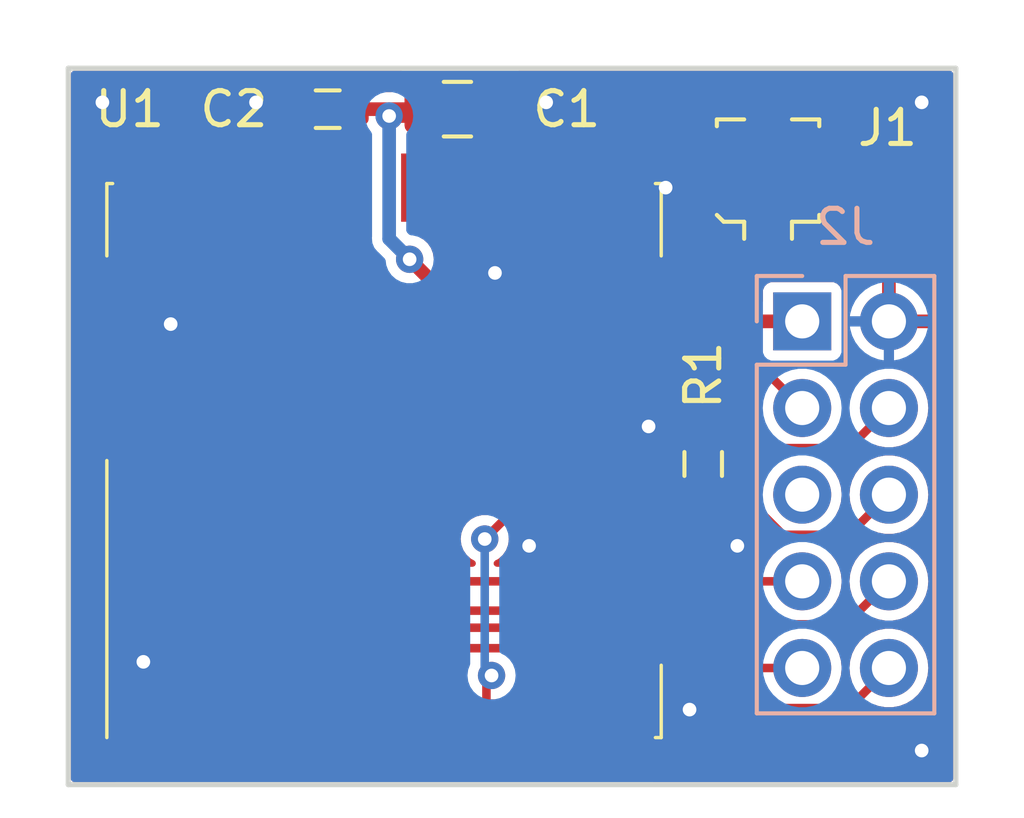
<source format=kicad_pcb>
(kicad_pcb (version 20221018) (generator pcbnew)
  (layers (0 "F.Cu" signal) (31 "B.Cu" signal) (34 "B.Paste" user) (35 "F.Paste" user) (36 "B.SilkS" user "B.Silkscreen") (37 "F.SilkS" user "F.Silkscreen") (38 "B.Mask" user) (39 "F.Mask" user) (44 "Edge.Cuts" user))
  (net 0 "")
  (net 1 "GND")
  (net 2 "/MISO")
  (net 3 "/MOSI")
  (net 4 "/SCK")
  (net 5 "/SSEL")
  (net 6 "Net-(R1-Pad1)")
  (net 7 "Net-(U1-Pad7)")
  (net 8 "Net-(J1-Pad1)")
  (net 9 "Net-(U1-Pad11)")
  (net 10 "Net-(U1-Pad12)")
  (net 11 "+3V3")
  (net 12 "/DIO0")
  (net 13 "Net-(U1-Pad16)")
  (net 14 "Net-(J2-Pad5)")
  (net 15 "/DIO1")
  (net 16 "/~{RESET}")
  (footprint "RF_Module:HOPERF_RFM9XW_SMD" (layer "F.Cu") (at 149.25 95.5 90)
    (fp_text reference "U1" (at 10.3 -7.45 180) (layer "F.SilkS"))
    (fp_text value "RFM95W-868S2")
    (fp_line (start -8.12 -8.12) (end 0 -8.12) (stroke (width 0.1)) (layer "F.SilkS"))
    (fp_line (start -8.12 8.12) (end -8.12 7.95) (stroke (width 0.1)) (layer "F.SilkS"))
    (fp_line (start -8.12 8.12) (end -6 8.12) (stroke (width 0.1)) (layer "F.SilkS"))
    (fp_line (start 6 -8.12) (end 8.12 -8.12) (stroke (width 0.1)) (layer "F.SilkS"))
    (fp_line (start 6 8.12) (end 8.12 8.12) (stroke (width 0.1)) (layer "F.SilkS"))
    (fp_line (start 8.12 -8.12) (end 8.12 -7.95) (stroke (width 0.1)) (layer "F.SilkS"))
    (fp_line (start 8.12 8.12) (end 8.12 7.95) (stroke (width 0.1)) (layer "F.SilkS"))
    (pad "1" smd rect (at -8 -7 90) (size 2 1) (layers "F.Cu" "F.Paste" "F.Mask") (net 1 "GND"))
    (pad "2" smd rect (at -8 -5 90) (size 2 1) (layers "F.Cu" "F.Paste" "F.Mask") (net 2 "/MISO"))
    (pad "3" smd rect (at -8 -3 90) (size 2 1) (layers "F.Cu" "F.Paste" "F.Mask") (net 3 "/MOSI"))
    (pad "4" smd rect (at -8 -1 90) (size 2 1) (layers "F.Cu" "F.Paste" "F.Mask") (net 4 "/SCK"))
    (pad "5" smd rect (at -8 1 90) (size 2 1) (layers "F.Cu" "F.Paste" "F.Mask") (net 5 "/SSEL"))
    (pad "6" smd rect (at -8 3 90) (size 2 1) (layers "F.Cu" "F.Paste" "F.Mask") (net 6 "Net-(R1-Pad1)"))
    (pad "7" smd rect (at -8 5 90) (size 2 1) (layers "F.Cu" "F.Paste" "F.Mask") (net 7 "Net-(U1-Pad7)"))
    (pad "8" smd rect (at -8 7 90) (size 2 1) (layers "F.Cu" "F.Paste" "F.Mask") (net 1 "GND"))
    (pad "9" smd rect (at 8 7 90) (size 2 1) (layers "F.Cu" "F.Paste" "F.Mask") (net 8 "Net-(J1-Pad1)"))
    (pad "10" smd rect (at 8 5 90) (size 2 1) (layers "F.Cu" "F.Paste" "F.Mask") (net 1 "GND"))
    (pad "11" smd rect (at 8 3 90) (size 2 1) (layers "F.Cu" "F.Paste" "F.Mask") (net 9 "Net-(U1-Pad11)"))
    (pad "12" smd rect (at 8 1 90) (size 2 1) (layers "F.Cu" "F.Paste" "F.Mask") (net 10 "Net-(U1-Pad12)"))
    (pad "13" smd rect (at 8 -1 90) (size 2 1) (layers "F.Cu" "F.Paste" "F.Mask") (net 11 "+3V3"))
    (pad "14" smd rect (at 8 -3 90) (size 2 1) (layers "F.Cu" "F.Paste" "F.Mask") (net 12 "/DIO0"))
    (pad "15" smd rect (at 8 -5 90) (size 2 1) (layers "F.Cu" "F.Paste" "F.Mask") (net 15 "/DIO1"))
    (pad "16" smd rect (at 8 -7 90) (size 2 1) (layers "F.Cu" "F.Paste" "F.Mask") (net 13 "Net-(U1-Pad16)"))
  )
  (footprint "LibreSolar:R_0603_1608" (layer "F.Cu") (at 158.6 95.6 90)
    (fp_text reference "R1" (at 2.6 0 90) (layer "F.SilkS"))
    (fp_text value "1k")
    (fp_line (start -0.35 -0.55) (end 0.35 -0.55) (stroke (width 0.12)) (layer "F.SilkS"))
    (fp_line (start 0.35 0.55) (end -0.35 0.55) (stroke (width 0.12)) (layer "F.SilkS"))
    (pad "1" smd roundrect (at -0.8 0 90) (size 0.8 0.9) (layers "F.Cu" "F.Paste" "F.Mask") (roundrect_rratio 0.2) (net 6 "Net-(R1-Pad1)"))
    (pad "2" smd roundrect (at 0.8 0 90) (size 0.8 0.9) (layers "F.Cu" "F.Paste" "F.Mask") (roundrect_rratio 0.2) (net 16 "/~{RESET}"))
  )
  (footprint "LibreSolar:C_0805_2012" (layer "F.Cu") (at 151.4 85.2)
    (fp_text reference "C1" (at 3.2 0) (layer "F.SilkS"))
    (fp_text value "10uF")
    (fp_line (start -0.4 0.8) (end 0.4 0.8) (stroke (width 0.12)) (layer "F.SilkS"))
    (fp_line (start 0.4 -0.8) (end -0.4 -0.8) (stroke (width 0.12)) (layer "F.SilkS"))
    (pad "1" smd roundrect (at -1 0) (size 1.1 1.4) (layers "F.Cu" "F.Paste" "F.Mask") (roundrect_rratio 0.2) (net 11 "+3V3"))
    (pad "2" smd roundrect (at 1 0) (size 1.1 1.4) (layers "F.Cu" "F.Paste" "F.Mask") (roundrect_rratio 0.2) (net 1 "GND"))
  )
  (footprint "LibreSolar:C_0603_1608" (layer "F.Cu") (at 147.6 85.2 180)
    (fp_text reference "C2" (at 2.75 0 180) (layer "F.SilkS"))
    (fp_text value "100n")
    (fp_line (start -0.35 -0.55) (end 0.35 -0.55) (stroke (width 0.12)) (layer "F.SilkS"))
    (fp_line (start 0.35 0.55) (end -0.35 0.55) (stroke (width 0.12)) (layer "F.SilkS"))
    (pad "1" smd roundrect (at -0.8 0 180) (size 0.8 0.9) (layers "F.Cu" "F.Paste" "F.Mask") (roundrect_rratio 0.2) (net 11 "+3V3"))
    (pad "2" smd roundrect (at 0.8 0 180) (size 0.8 0.9) (layers "F.Cu" "F.Paste" "F.Mask") (roundrect_rratio 0.2) (net 1 "GND"))
  )
  (footprint "Connector_Coaxial:U.FL_Molex_MCRF_73412-0110_Vertical" (layer "F.Cu") (at 160.5 87)
    (fp_text reference "J1" (at 3.5 -1.25) (layer "F.SilkS"))
    (fp_text value "Conn_Coaxial")
    (fp_line (start -1.5 -1.5) (end -0.7 -1.5) (stroke (width 0.12)) (layer "F.SilkS"))
    (fp_line (start -1.5 -1.3) (end -1.5 -1.5) (stroke (width 0.12)) (layer "F.SilkS"))
    (fp_line (start -1.3 1.5) (end -1.5 1.3) (stroke (width 0.12)) (layer "F.SilkS"))
    (fp_line (start -0.7 1.5) (end -1.3 1.5) (stroke (width 0.12)) (layer "F.SilkS"))
    (fp_line (start -0.7 1.5) (end -0.7 2) (stroke (width 0.12)) (layer "F.SilkS"))
    (fp_line (start 0.7 -1.5) (end 1.5 -1.5) (stroke (width 0.12)) (layer "F.SilkS"))
    (fp_line (start 0.7 1.5) (end 0.7 2) (stroke (width 0.12)) (layer "F.SilkS"))
    (fp_line (start 1.5 -1.5) (end 1.5 -1.3) (stroke (width 0.12)) (layer "F.SilkS"))
    (fp_line (start 1.5 1.3) (end 1.5 1.5) (stroke (width 0.12)) (layer "F.SilkS"))
    (fp_line (start 1.5 1.5) (end 0.7 1.5) (stroke (width 0.12)) (layer "F.SilkS"))
    (pad "1" smd rect (at 0 1.5) (size 1 1) (layers "F.Cu" "F.Paste" "F.Mask") (net 8 "Net-(J1-Pad1)"))
    (pad "2" smd rect (at -1.475 0) (size 1.05 2.2) (layers "F.Cu" "F.Paste" "F.Mask") (net 1 "GND"))
    (pad "2" smd rect (at 0 -1.5) (size 1 1) (layers "F.Cu" "F.Paste" "F.Mask") (net 1 "GND"))
    (pad "2" smd rect (at 1.475 0) (size 1.05 2.2) (layers "F.Cu" "F.Paste" "F.Mask") (net 1 "GND"))
  )
  (footprint "Connector_PinSocket_2.54mm:PinSocket_2x05_P2.54mm_Vertical" (layer "B.Cu") (at 161.5 91.42 180)
    (fp_text reference "J2" (at -1.27 2.77 180) (layer "B.SilkS") (effects (justify mirror)))
    (fp_text value "UEXT")
    (fp_line (start -3.87 -11.49) (end 1.33 -11.49) (stroke (width 0.12)) (layer "B.SilkS"))
    (fp_line (start -3.87 1.33) (end -3.87 -11.49) (stroke (width 0.12)) (layer "B.SilkS"))
    (fp_line (start -3.87 1.33) (end -1.27 1.33) (stroke (width 0.12)) (layer "B.SilkS"))
    (fp_line (start -1.27 -1.27) (end 1.33 -1.27) (stroke (width 0.12)) (layer "B.SilkS"))
    (fp_line (start -1.27 1.33) (end -1.27 -1.27) (stroke (width 0.12)) (layer "B.SilkS"))
    (fp_line (start 0 1.33) (end 1.33 1.33) (stroke (width 0.12)) (layer "B.SilkS"))
    (fp_line (start 1.33 -1.27) (end 1.33 -11.49) (stroke (width 0.12)) (layer "B.SilkS"))
    (fp_line (start 1.33 1.33) (end 1.33 0) (stroke (width 0.12)) (layer "B.SilkS"))
    (pad "1" thru_hole rect (at 0 0 180) (size 1.7 1.7) (drill 1) (layers "*.Cu" "*.Mask") (net 11 "+3V3"))
    (pad "2" thru_hole oval (at -2.54 0 180) (size 1.7 1.7) (drill 1) (layers "*.Cu" "*.Mask") (net 1 "GND"))
    (pad "3" thru_hole oval (at 0 -2.54 180) (size 1.7 1.7) (drill 1) (layers "*.Cu" "*.Mask") (net 12 "/DIO0"))
    (pad "4" thru_hole oval (at -2.54 -2.54 180) (size 1.7 1.7) (drill 1) (layers "*.Cu" "*.Mask") (net 15 "/DIO1"))
    (pad "5" thru_hole oval (at 0 -5.08 180) (size 1.7 1.7) (drill 1) (layers "*.Cu" "*.Mask") (net 14 "Net-(J2-Pad5)"))
    (pad "6" thru_hole oval (at -2.54 -5.08 180) (size 1.7 1.7) (drill 1) (layers "*.Cu" "*.Mask") (net 16 "/~{RESET}"))
    (pad "7" thru_hole oval (at 0 -7.62 180) (size 1.7 1.7) (drill 1) (layers "*.Cu" "*.Mask") (net 2 "/MISO"))
    (pad "8" thru_hole oval (at -2.54 -7.62 180) (size 1.7 1.7) (drill 1) (layers "*.Cu" "*.Mask") (net 3 "/MOSI"))
    (pad "9" thru_hole oval (at 0 -10.16 180) (size 1.7 1.7) (drill 1) (layers "*.Cu" "*.Mask") (net 4 "/SCK"))
    (pad "10" thru_hole oval (at -2.54 -10.16 180) (size 1.7 1.7) (drill 1) (layers "*.Cu" "*.Mask") (net 5 "/SSEL"))
  )
  (gr_line (start 166 84) (end 140 84) (stroke (width 0.15)) (layer "Edge.Cuts"))
  (gr_line (start 140 105) (end 166 105) (stroke (width 0.15)) (layer "Edge.Cuts"))
  (gr_line (start 140 84) (end 140 105) (stroke (width 0.15)) (layer "Edge.Cuts"))
  (gr_line (start 166 105) (end 166 84) (stroke (width 0.15)) (layer "Edge.Cuts"))
  (segment (start 157.5 103.5) (end 158.2 102.8) (width 0.4) (layer "F.Cu") (net 1))
  (segment (start 156.25 103.5) (end 157.5 103.5) (width 0.4) (layer "F.Cu") (net 1))
  (segment (start 159.8 87) (end 159.025 87) (width 0.25) (layer "F.Cu") (net 1))
  (segment (start 158.6 98) (end 157.4 98) (width 0.25) (layer "F.Cu") (net 1))
  (segment (start 160.5 85.5) (end 160.5 86.3) (width 0.25) (layer "F.Cu") (net 1))
  (segment (start 142.25 101.45) (end 142.2 101.4) (width 0.4) (layer "F.Cu") (net 1))
  (segment (start 161.975 87) (end 161.2 87) (width 0.25) (layer "F.Cu") (net 1))
  (segment (start 142.25 103.5) (end 142.25 101.45) (width 0.4) (layer "F.Cu") (net 1))
  (segment (start 160.5 86.3) (end 159.8 87) (width 0.25) (layer "F.Cu") (net 1))
  (segment (start 161.2 87) (end 160.5 86.3) (width 0.25) (layer "F.Cu") (net 1))
  (via (at 145.5 85) (size 0.8) (drill 0.4) (layers "F.Cu" "B.Cu") (net 1))
  (via (at 143 91.5) (size 0.8) (drill 0.4) (layers "F.Cu" "B.Cu") (net 1))
  (via (at 142.2 101.4) (size 0.8) (drill 0.4) (layers "F.Cu" "B.Cu") (net 1))
  (via (at 153.5 98) (size 0.8) (drill 0.4) (layers "F.Cu" "B.Cu") (net 1))
  (via (at 165 104) (size 0.8) (drill 0.4) (layers "F.Cu" "B.Cu") (net 1))
  (via (at 165 85) (size 0.8) (drill 0.4) (layers "F.Cu" "B.Cu") (net 1))
  (via (at 141 85) (size 0.8) (drill 0.4) (layers "F.Cu" "B.Cu") (net 1))
  (via (at 157 94.5) (size 0.8) (drill 0.4) (layers "F.Cu" "B.Cu") (net 1))
  (via (at 154 85) (size 0.8) (drill 0.4) (layers "F.Cu" "B.Cu") (net 1))
  (via (at 158.2 102.8) (size 0.8) (drill 0.4) (layers "F.Cu" "B.Cu") (net 1))
  (via (at 159.6 98) (size 0.8) (drill 0.4) (layers "F.Cu" "B.Cu") (net 1))
  (via (at 152.5 90) (size 0.8) (drill 0.4) (layers "F.Cu" "B.Cu") (net 1))
  (via (at 157.5 87.5) (size 0.8) (drill 0.4) (layers "F.Cu" "B.Cu") (net 1))
  (segment (start 144.25 101.75) (end 144.25 103.5) (width 0.25) (layer "F.Cu") (net 2))
  (segment (start 146.96 99.04) (end 144.25 101.75) (width 0.25) (layer "F.Cu") (net 2))
  (segment (start 161.5 99.04) (end 146.96 99.04) (width 0.25) (layer "F.Cu") (net 2))
  (segment (start 158.5728 99.899978) (end 147.600022 99.899978) (width 0.25) (layer "F.Cu") (net 3))
  (segment (start 158.9728 100.299978) (end 158.5728 99.899978) (width 0.25) (layer "F.Cu") (net 3))
  (segment (start 164.04 99.04) (end 162.780022 100.299978) (width 0.25) (layer "F.Cu") (net 3))
  (segment (start 146.25 101.25) (end 146.25 103.5) (width 0.25) (layer "F.Cu") (net 3))
  (segment (start 147.600022 99.899978) (end 146.25 101.25) (width 0.25) (layer "F.Cu") (net 3))
  (segment (start 162.780022 100.299978) (end 158.9728 100.299978) (width 0.25) (layer "F.Cu") (net 3))
  (segment (start 161.5 101.58) (end 159.616411 101.58) (width 0.25) (layer "F.Cu") (net 4))
  (segment (start 149.6 100.4) (end 148.25 101.75) (width 0.25) (layer "F.Cu") (net 4))
  (segment (start 158.436411 100.4) (end 149.6 100.4) (width 0.25) (layer "F.Cu") (net 4))
  (segment (start 159.616411 101.58) (end 158.436411 100.4) (width 0.25) (layer "F.Cu") (net 4))
  (segment (start 148.25 101.75) (end 148.25 103.5) (width 0.25) (layer "F.Cu") (net 4))
  (segment (start 150.25 102.15) (end 151.4 101) (width 0.25) (layer "F.Cu") (net 5))
  (segment (start 151.4 101) (end 158.4 101) (width 0.25) (layer "F.Cu") (net 5))
  (segment (start 160.155001 102.755001) (end 162.864999 102.755001) (width 0.25) (layer "F.Cu") (net 5))
  (segment (start 158.4 101) (end 160.155001 102.755001) (width 0.25) (layer "F.Cu") (net 5))
  (segment (start 162.864999 102.755001) (end 163.190001 102.429999) (width 0.25) (layer "F.Cu") (net 5))
  (segment (start 150.25 103.5) (end 150.25 102.15) (width 0.25) (layer "F.Cu") (net 5))
  (segment (start 163.190001 102.429999) (end 164.04 101.58) (width 0.25) (layer "F.Cu") (net 5))
  (segment (start 152.25 101.95) (end 152.4 101.8) (width 0.25) (layer "F.Cu") (net 6))
  (segment (start 153.6 96.4) (end 152.2 97.8) (width 0.25) (layer "F.Cu") (net 6))
  (segment (start 158.6 96.4) (end 153.6 96.4) (width 0.25) (layer "F.Cu") (net 6))
  (segment (start 152.25 103.5) (end 152.25 101.95) (width 0.25) (layer "F.Cu") (net 6))
  (via (at 152.4 101.8) (size 0.8) (drill 0.4) (layers "F.Cu" "B.Cu") (net 6))
  (via (at 152.2 97.8) (size 0.8) (drill 0.4) (layers "F.Cu" "B.Cu") (net 6))
  (segment (start 152.2 97.8) (end 152.2 101.6) (width 0.25) (layer "B.Cu") (net 6))
  (segment (start 152.2 101.6) (end 152.4 101.8) (width 0.25) (layer "B.Cu") (net 6))
  (segment (start 157.05 88.8) (end 160.2 88.8) (width 0.25) (layer "F.Cu") (net 8))
  (segment (start 156.25 88) (end 157.05 88.8) (width 0.25) (layer "F.Cu") (net 8))
  (segment (start 156.25 87.5) (end 156.25 88) (width 0.25) (layer "F.Cu") (net 8))
  (segment (start 160.2 88.8) (end 160.5 88.5) (width 0.25) (layer "F.Cu") (net 8))
  (segment (start 151.82 91.42) (end 150 89.6) (width 0.4) (layer "F.Cu") (net 11))
  (segment (start 161.5 91.42) (end 151.82 91.42) (width 0.4) (layer "F.Cu") (net 11))
  (segment (start 150.2 85.4) (end 150.4 85.2) (width 0.4) (layer "F.Cu") (net 11))
  (segment (start 149.4 85.4) (end 150.2 85.4) (width 0.4) (layer "F.Cu") (net 11))
  (segment (start 148.4 87.35) (end 148.25 87.5) (width 0.4) (layer "F.Cu") (net 11))
  (segment (start 150.4 85.2) (end 148.4 85.2) (width 0.4) (layer "F.Cu") (net 11))
  (segment (start 148.4 85.2) (end 148.4 87.35) (width 0.4) (layer "F.Cu") (net 11))
  (via (at 150 89.6) (size 0.8) (drill 0.4) (layers "F.Cu" "B.Cu") (net 11))
  (via (at 149.4 85.4) (size 0.8) (drill 0.4) (layers "F.Cu" "B.Cu") (net 11))
  (segment (start 150 89.6) (end 149.4 89) (width 0.4) (layer "B.Cu") (net 11))
  (segment (start 149.4 89) (end 149.4 85.4) (width 0.4) (layer "B.Cu") (net 11))
  (segment (start 146.25 90.25) (end 146.25 87.5) (width 0.25) (layer "F.Cu") (net 12))
  (segment (start 161.5 93.96) (end 160.21499 92.67499) (width 0.25) (layer "F.Cu") (net 12))
  (segment (start 160.21499 92.67499) (end 148.67499 92.67499) (width 0.25) (layer "F.Cu") (net 12))
  (segment (start 148.67499 92.67499) (end 146.25 90.25) (width 0.25) (layer "F.Cu") (net 12))
  (segment (start 160.150911 95.135001) (end 158.14091 93.125) (width 0.25) (layer "F.Cu") (net 15))
  (segment (start 144.25 88.88641) (end 144.25 88.75) (width 0.25) (layer "F.Cu") (net 15))
  (segment (start 144.25 88.75) (end 144.25 87.5) (width 0.25) (layer "F.Cu") (net 15))
  (segment (start 164.04 93.96) (end 162.864999 95.135001) (width 0.25) (layer "F.Cu") (net 15))
  (segment (start 158.14091 93.125) (end 148.488589 93.124999) (width 0.25) (layer "F.Cu") (net 15))
  (segment (start 148.488589 93.124999) (end 144.25 88.88641) (width 0.25) (layer "F.Cu") (net 15))
  (segment (start 162.864999 95.135001) (end 160.150911 95.135001) (width 0.25) (layer "F.Cu") (net 15))
  (segment (start 159.37501 95.57501) (end 159.37501 96.114012) (width 0.25) (layer "F.Cu") (net 16))
  (segment (start 163.190001 97.349999) (end 164.04 96.5) (width 0.25) (layer "F.Cu") (net 16))
  (segment (start 158.6 94.8) (end 159.37501 95.57501) (width 0.25) (layer "F.Cu") (net 16))
  (segment (start 159.37501 96.114012) (end 160.935999 97.675001) (width 0.25) (layer "F.Cu") (net 16))
  (segment (start 160.935999 97.675001) (end 162.864999 97.675001) (width 0.25) (layer "F.Cu") (net 16))
  (segment (start 162.864999 97.675001) (end 163.190001 97.349999) (width 0.25) (layer "F.Cu") (net 16))
  (zone (net 0) (net_name "") (layer "F.Cu") (connect_pads (clearance 0)) (min_thickness 0.2)
    (keepout (tracks allowed) (vias allowed) (pads allowed) (copperpour not_allowed) (footprints allowed))
    (fill (thermal_gap 0.4) (thermal_bridge_width 0.4))
    (polygon (pts (xy 147 85) (xy 152.5 85) (xy 152.5 88.5) (xy 147 88.5)))
  )
  (zone (net 1) (net_name "GND") (layer "F.Cu") (connect_pads (clearance 0.3)) (min_thickness 0.2) (fill yes (thermal_gap 0.4) (thermal_bridge_width 0.4))
    (polygon (pts (xy 139 83) (xy 167 83) (xy 167 105.5) (xy 139 105.5)))
  )
  (zone (net 0) (net_name "") (layer "F.Cu") (connect_pads (clearance 0)) (min_thickness 0.2)
    (keepout (tracks allowed) (vias allowed) (pads allowed) (copperpour not_allowed) (footprints allowed))
    (fill (thermal_gap 0.4) (thermal_bridge_width 0.4))
    (polygon (pts (xy 143 102.5) (xy 147 102.5) (xy 147 101.5) (xy 155.5 101.5) (xy 155.5 105) (xy 143 105)))
  )
  (zone (net 1) (net_name "GND") (layer "B.Cu") (connect_pads (clearance 0.3)) (min_thickness 0.2) (fill yes (thermal_gap 0.3) (thermal_bridge_width 0.3))
    (polygon (pts (xy 138 82) (xy 168 82) (xy 168 106) (xy 138 106)))
  )
)
</source>
